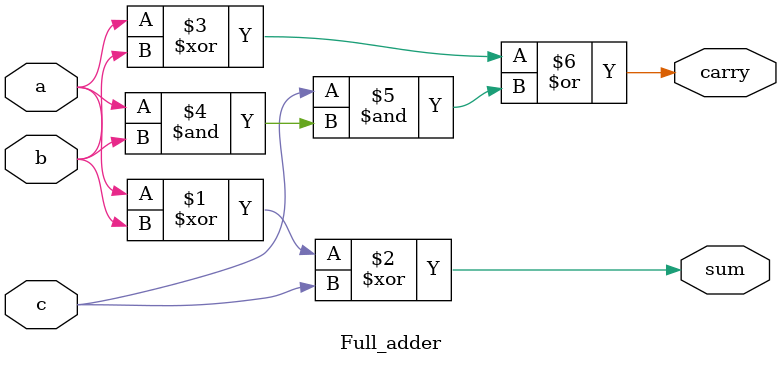
<source format=sv>
module Full_adder(
  input a,
  input b,
  input c,
  output sum,
  output carry
  );

  assign sum = (a ^ b) ^ c;
  assign carry = (a ^ b) | (c &(a & b));

endmodule
</source>
